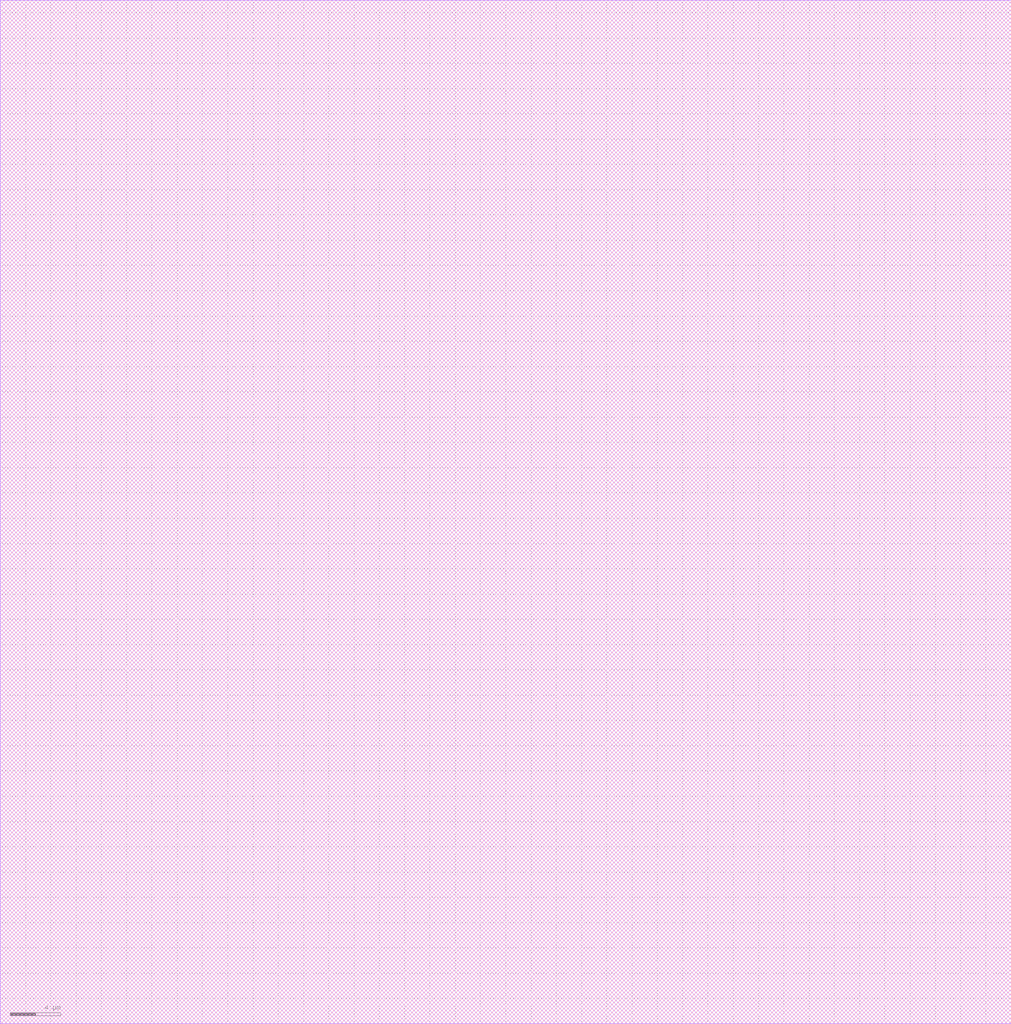
<source format=lef>
###############################################################################
#TSMC Library/IP Product
#Filename: tpb018v_4lm.lef
#Technology: 018
#Product Type: I/O PAD
#Product Name: tpb018v
#Version: 180a
###############################################################################
# 
#STATEMENT OF USE
#
#This information contains confidential and proprietary information of TSMC.
#No part of this information may be reproduced, transmitted, transcribed,
#stored in a retrieval system, or translated into any human or computer
#language, in any form or by any means, electronic, mechanical, magnetic,
#optical, chemical, manual, or otherwise, without the prior written permission
#of TSMC. This information was prepared for informational purpose and is for
#use by TSMC's customers only. TSMC reserves the right to make changes in the
#information at any time and without notice.
# 
###############################################################################

MACRO PAD50LAU_SM
    CLASS BLOCK ;
    FOREIGN PAD50LAU_SM 0.000 0.000  ;
    ORIGIN 0.000 0.000 ;
    SIZE 50.000 BY 87.160 ;
    SYMMETRY X Y R90 ;
    OBS
        LAYER METAL4 ;
        RECT  0.000 0.000 50.000 87.160 ;
    END
END PAD50LAU_SM

MACRO PAD60LAU_SL_SM
    CLASS BLOCK ;
    FOREIGN PAD60LAU_SL_SM 0.000 0.000  ;
    ORIGIN 0.000 0.000 ;
    SIZE 60.000 BY 102.400 ;
    SYMMETRY X Y R90 ;
    OBS
        LAYER METAL4 ;
        RECT  0.000 0.000 60.000 102.400 ;
    END
END PAD60LAU_SL_SM

MACRO PAD60LAU_SM
    CLASS BLOCK ;
    FOREIGN PAD60LAU_SM 0.000 0.000  ;
    ORIGIN 0.000 0.000 ;
    SIZE 50.000 BY 102.400 ;
    SYMMETRY X Y R90 ;
    OBS
        LAYER METAL4 ;
        RECT  50.000 3.160 53.500 102.400 ;
        RECT  0.000 0.000 50.000 102.400 ;
        RECT  -3.500 3.160 0.000 102.400 ;
    END
END PAD60LAU_SM

MACRO PAD60LU_SL_SM
    CLASS BLOCK ;
    FOREIGN PAD60LU_SL_SM 0.000 0.000  ;
    ORIGIN 0.000 0.000 ;
    SIZE 60.000 BY 102.400 ;
    SYMMETRY X Y R90 ;
    OBS
        LAYER METAL4 ;
        RECT  0.000 0.000 60.000 102.400 ;
    END
END PAD60LU_SL_SM

MACRO PAD60LU_SM
    CLASS BLOCK ;
    FOREIGN PAD60LU_SM 0.000 0.000  ;
    ORIGIN 0.000 0.000 ;
    SIZE 60.000 BY 102.400 ;
    SYMMETRY X Y R90 ;
    OBS
        LAYER METAL4 ;
        RECT  0.000 0.000 60.000 102.400 ;
    END
END PAD60LU_SM

MACRO PAD70LU_SM
    CLASS BLOCK ;
    FOREIGN PAD70LU_SM 0.000 0.000  ;
    ORIGIN 0.000 0.000 ;
    SIZE 70.000 BY 81.000 ;
    SYMMETRY X Y R90 ;
    OBS
        LAYER METAL4 ;
        RECT  0.000 0.000 70.000 81.000 ;
    END
END PAD70LU_SM

MACRO PAD80LU_SM
    CLASS BLOCK ;
    FOREIGN PAD80LU_SM 0.000 0.000  ;
    ORIGIN 0.000 0.000 ;
    SIZE 80.000 BY 81.000 ;
    SYMMETRY X Y R90 ;
    OBS
        LAYER METAL4 ;
        RECT  0.000 0.000 80.000 81.000 ;
    END
END PAD80LU_SM

END LIBRARY

</source>
